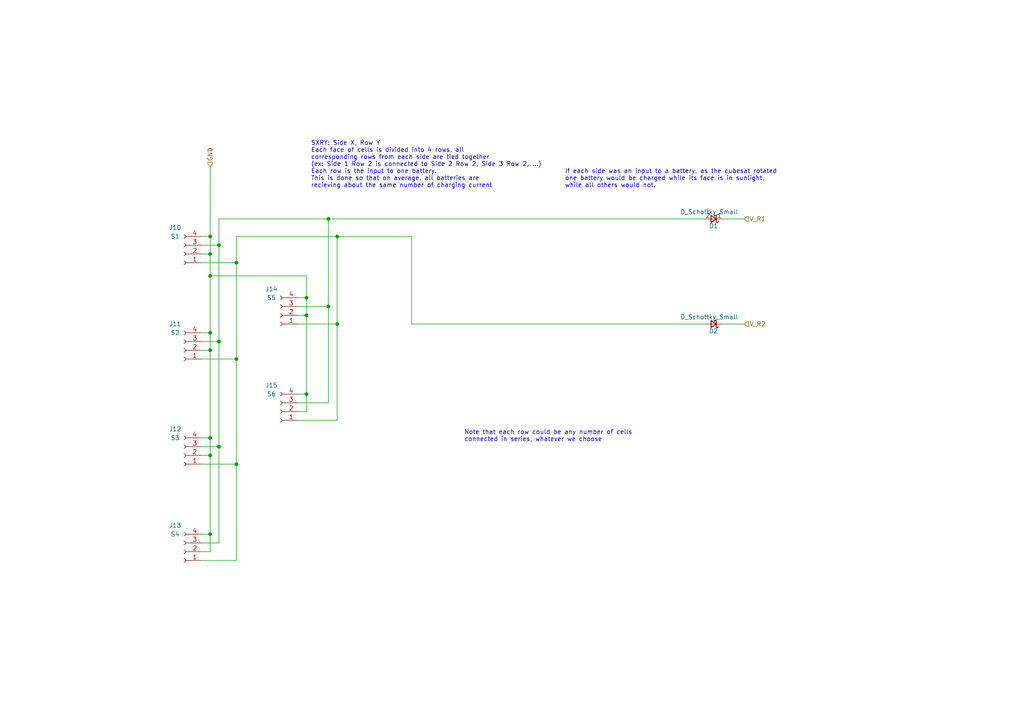
<source format=kicad_sch>
(kicad_sch (version 20211123) (generator eeschema)
  (paper "A4")
  (lib_symbols
    (symbol "Connector:Conn_01x04_Female" (pin_names (offset 1.016) hide)
      (property "Reference" "J" (at 0 5.08 0))
      (property "Value" "Conn_01x04_Female" (at 0 -7.62 0))
      (symbol "Conn_01x04_Female_1_1"
        (arc (start 0 -4.572) (mid -0.508 -5.08) (end 0 -5.588) (stroke (width 0.1524)))
        (arc (start 0 -2.032) (mid -0.508 -2.54) (end 0 -3.048) (stroke (width 0.1524)))
        (polyline (pts (xy -1.27 -5.08) (xy -0.508 -5.08)) (stroke (width 0.1524)))
        (polyline (pts (xy -1.27 -2.54) (xy -0.508 -2.54)) (stroke (width 0.1524)))
        (polyline (pts (xy -1.27 0) (xy -0.508 0)) (stroke (width 0.1524)))
        (polyline (pts (xy -1.27 2.54) (xy -0.508 2.54)) (stroke (width 0.1524)))
        (arc (start 0 0.508) (mid -0.508 0) (end 0 -0.508) (stroke (width 0.1524)))
        (arc (start 0 3.048) (mid -0.508 2.54) (end 0 2.032) (stroke (width 0.1524)))
        (pin passive line (at -5.08 2.54 0) (length 3.81) (name "Pin_1") (number "1"))
        (pin passive line (at -5.08 0 0) (length 3.81) (name "Pin_2") (number "2"))
        (pin passive line (at -5.08 -2.54 0) (length 3.81) (name "Pin_3") (number "3"))
        (pin passive line (at -5.08 -5.08 0) (length 3.81) (name "Pin_4") (number "4"))
      )
    )
    (symbol "D_Schottky_Small_1" (pin_names (offset 0.254) hide)
      (property "Reference" "D" (at -1.27 2.032 0))
      (property "Value" "D_Schottky_Small_1" (at -7.112 -2.032 0))
      (symbol "D_Schottky_Small_1_0_1"
        (polyline (pts (xy -0.762 0) (xy 0.762 0)))
        (polyline (pts (xy 0.762 -1.016) (xy -0.762 0) (xy 0.762 1.016) (xy 0.762 -1.016)) (stroke (width 0.254)))
        (polyline (pts (xy -1.27 0.762) (xy -1.27 1.016) (xy -0.762 1.016) (xy -0.762 -1.016) (xy -0.254 -1.016) (xy -0.254 -0.762)) (stroke (width 0.254)))
      )
      (symbol "D_Schottky_Small_1_1_1"
        (pin passive line (at -2.54 0 0) (length 1.778) (name "K") (number "1"))
        (pin passive line (at 2.54 0 180) (length 1.778) (name "A") (number "2"))
      )
    )
    (symbol "Device:D_Schottky_Small" (pin_numbers hide) (pin_names (offset 0.254) hide)
      (property "Reference" "D" (at -1.27 2.032 0))
      (property "Value" "D_Schottky_Small" (at -7.112 -2.032 0))
      (symbol "D_Schottky_Small_0_1"
        (polyline (pts (xy -0.762 0) (xy 0.762 0)))
        (polyline (pts (xy 0.762 -1.016) (xy -0.762 0) (xy 0.762 1.016) (xy 0.762 -1.016)) (stroke (width 0.254)))
        (polyline (pts (xy -1.27 0.762) (xy -1.27 1.016) (xy -0.762 1.016) (xy -0.762 -1.016) (xy -0.254 -1.016) (xy -0.254 -0.762)) (stroke (width 0.254)))
      )
      (symbol "D_Schottky_Small_1_1"
        (pin passive line (at -2.54 0 0) (length 1.778) (name "K") (number "1"))
        (pin passive line (at 2.54 0 180) (length 1.778) (name "A") (number "2"))
      )
    )
  )
  (junction (at 60.96 68.58))
  (junction (at 60.96 132.08))
  (junction (at 97.79 93.98))
  (junction (at 88.9 86.36))
  (junction (at 60.96 154.94))
  (junction (at 95.25 63.5))
  (junction (at 63.5 129.54))
  (junction (at 60.96 127))
  (junction (at 68.58 134.62))
  (junction (at 60.96 80.01))
  (junction (at 97.79 68.58))
  (junction (at 60.96 96.52))
  (junction (at 63.5 71.12))
  (junction (at 95.25 88.9))
  (junction (at 88.9 91.44))
  (junction (at 68.58 76.2))
  (junction (at 63.5 99.06))
  (junction (at 60.96 101.6))
  (junction (at 68.58 104.14))
  (junction (at 60.96 73.66))
  (junction (at 88.9 114.3))
  (wire (pts (xy 58.42 73.66) (xy 60.96 73.66)))
  (wire (pts (xy 58.42 68.58) (xy 60.96 68.58)))
  (wire (pts (xy 119.38 93.98) (xy 204.47 93.98)))
  (wire (pts (xy 86.36 121.92) (xy 97.79 121.92)))
  (wire (pts (xy 88.9 114.3) (xy 86.36 114.3)))
  (wire (pts (xy 60.96 127) (xy 60.96 132.08)))
  (wire (pts (xy 60.96 154.94) (xy 60.96 160.02)))
  (wire (pts (xy 58.42 76.2) (xy 68.58 76.2)))
  (wire (pts (xy 58.42 101.6) (xy 60.96 101.6)))
  (wire (pts (xy 68.58 76.2) (xy 68.58 104.14)))
  (wire (pts (xy 97.79 68.58) (xy 97.79 93.98)))
  (wire (pts (xy 63.5 63.5) (xy 95.25 63.5)))
  (wire (pts (xy 60.96 101.6) (xy 60.96 127)))
  (wire (pts (xy 58.42 154.94) (xy 60.96 154.94)))
  (wire (pts (xy 88.9 114.3) (xy 88.9 119.38)))
  (wire (pts (xy 88.9 91.44) (xy 88.9 86.36)))
  (wire (pts (xy 95.25 63.5) (xy 204.47 63.5)))
  (wire (pts (xy 95.25 88.9) (xy 95.25 116.84)))
  (wire (pts (xy 58.42 157.48) (xy 63.5 157.48)))
  (wire (pts (xy 60.96 132.08) (xy 60.96 154.94)))
  (wire (pts (xy 58.42 99.06) (xy 63.5 99.06)))
  (wire (pts (xy 88.9 86.36) (xy 88.9 80.01)))
  (wire (pts (xy 86.36 93.98) (xy 97.79 93.98)))
  (wire (pts (xy 119.38 93.98) (xy 119.38 68.58)))
  (wire (pts (xy 97.79 68.58) (xy 119.38 68.58)))
  (wire (pts (xy 58.42 132.08) (xy 60.96 132.08)))
  (wire (pts (xy 95.25 63.5) (xy 95.25 88.9)))
  (wire (pts (xy 58.42 127) (xy 60.96 127)))
  (wire (pts (xy 209.55 93.98) (xy 215.9 93.98)))
  (wire (pts (xy 60.96 68.58) (xy 60.96 73.66)))
  (wire (pts (xy 86.36 91.44) (xy 88.9 91.44)))
  (wire (pts (xy 86.36 88.9) (xy 95.25 88.9)))
  (wire (pts (xy 68.58 68.58) (xy 97.79 68.58)))
  (wire (pts (xy 58.42 162.56) (xy 68.58 162.56)))
  (wire (pts (xy 86.36 116.84) (xy 95.25 116.84)))
  (wire (pts (xy 97.79 93.98) (xy 97.79 121.92)))
  (wire (pts (xy 58.42 71.12) (xy 63.5 71.12)))
  (wire (pts (xy 63.5 99.06) (xy 63.5 129.54)))
  (wire (pts (xy 60.96 48.26) (xy 60.96 68.58)))
  (wire (pts (xy 60.96 96.52) (xy 60.96 101.6)))
  (wire (pts (xy 209.55 63.5) (xy 215.9 63.5)))
  (wire (pts (xy 58.42 129.54) (xy 63.5 129.54)))
  (wire (pts (xy 88.9 119.38) (xy 86.36 119.38)))
  (wire (pts (xy 68.58 104.14) (xy 68.58 134.62)))
  (wire (pts (xy 63.5 63.5) (xy 63.5 71.12)))
  (wire (pts (xy 58.42 96.52) (xy 60.96 96.52)))
  (wire (pts (xy 86.36 86.36) (xy 88.9 86.36)))
  (wire (pts (xy 58.42 104.14) (xy 68.58 104.14)))
  (wire (pts (xy 60.96 80.01) (xy 88.9 80.01)))
  (wire (pts (xy 63.5 71.12) (xy 63.5 99.06)))
  (wire (pts (xy 68.58 68.58) (xy 68.58 76.2)))
  (wire (pts (xy 88.9 91.44) (xy 88.9 114.3)))
  (wire (pts (xy 63.5 129.54) (xy 63.5 157.48)))
  (wire (pts (xy 60.96 73.66) (xy 60.96 80.01)))
  (wire (pts (xy 68.58 134.62) (xy 68.58 162.56)))
  (wire (pts (xy 60.96 80.01) (xy 60.96 96.52)))
  (wire (pts (xy 58.42 134.62) (xy 68.58 134.62)))
  (wire (pts (xy 58.42 160.02) (xy 60.96 160.02)))
  (text "Note that each row could be any number of cells\nconnected in series, whatever we choose" (at 134.62 128.27 0) (effects (font (size 1.27 1.27)) (justify left bottom)))
  (text "If each side was an input to a battery, as the cubesat rotated\none battery would be charged while its face is in sunlight,\nwhile all others would not." (at 163.83 54.61 0) (effects (font (size 1.27 1.27)) (justify left bottom)))
  (text "SXRY: Side X, Row Y\nEach face of cells is divided into 4 rows, all\ncorresponding rows from each side are tied together\n(ex: Side 1 Row 2 is connected to Side 2 Row 2, Side 3 Row 2, ...)\nEach row is the input to one battery.\nThis is done so that on average, all batteries are\nrecieving about the same number of charging current" (at 90.17 54.61 0) (effects (font (size 1.27 1.27)) (justify left bottom)))
  (hierarchical_label "GND" (shape input) (at 60.96 48.26 90))
  (hierarchical_label "V_R1" (shape input) (at 215.9 63.5 0))
  (hierarchical_label "V_R2" (shape input) (at 215.9 93.98 0))
  (symbol (lib_id "Connector:Conn_01x04_Female") (at 53.34 160.02 180) (unit 1)
    (property "Reference" "J13" (at 50.8 152.4 0))
    (property "Value" "S4" (at 50.8 154.94 0))
    (property "Footprint" "Connectors_Cubesat_Custom:CubeSat_Conn_2x02_P2.54mm" (effects hide))
  )
  (symbol (lib_id "Connector:Conn_01x04_Female") (at 81.28 91.44 180) (unit 1)
    (property "Reference" "J14" (at 78.74 83.82 0))
    (property "Value" "S5" (at 78.74 86.36 0))
    (property "Footprint" "Connectors_Cubesat_Custom:CubeSat_Conn_2x02_P2.54mm" (effects hide))
  )
  (symbol (lib_id "Device:D_Schottky_Small") (at 207.01 93.98 180) (unit 1)
    (property "Reference" "D2" (at 208.28 96.012 0) (effects (justify left)))
    (property "Value" "D_Schottky_Small" (at 214.122 91.948 0) (effects (justify left)))
    (property "Footprint" "Connectors_Cubesat_Custom:CubeSat_DIO_CUS520,H3f" (effects hide))
  )
  (symbol (lib_id "Connector:Conn_01x04_Female") (at 53.34 101.6 180) (unit 1)
    (property "Reference" "J11" (at 50.8 93.98 0))
    (property "Value" "S2" (at 50.8 96.52 0))
    (property "Footprint" "Connectors_Cubesat_Custom:CubeSat_Conn_2x02_P2.54mm" (effects hide))
  )
  (symbol (lib_name "D_Schottky_Small_1") (lib_id "Device:D_Schottky_Small") (at 207.01 63.5 180) (unit 1)
    (property "Reference" "D1" (at 208.28 65.532 0) (effects (justify left)))
    (property "Value" "D_Schottky_Small" (at 214.122 61.468 0) (effects (justify left)))
    (property "Footprint" "Connectors_Cubesat_Custom:CubeSat_DIO_CUS520,H3f" (effects hide))
  )
  (symbol (lib_id "Connector:Conn_01x04_Female") (at 81.28 119.38 180) (unit 1)
    (property "Reference" "J15" (at 78.74 111.76 0))
    (property "Value" "S6" (at 78.74 114.3 0))
    (property "Footprint" "Connectors_Cubesat_Custom:CubeSat_Conn_2x02_P2.54mm" (effects hide))
  )
  (symbol (lib_id "Connector:Conn_01x04_Female") (at 53.34 132.08 180) (unit 1)
    (property "Reference" "J12" (at 50.8 124.46 0))
    (property "Value" "S3" (at 50.8 127 0))
    (property "Footprint" "Connectors_Cubesat_Custom:CubeSat_Conn_2x02_P2.54mm" (effects hide))
  )
  (symbol (lib_id "Connector:Conn_01x04_Female") (at 53.34 73.66 180) (unit 1)
    (property "Reference" "J10" (at 50.8 66.04 0))
    (property "Value" "S1" (at 50.8 68.58 0))
    (property "Footprint" "Connectors_Cubesat_Custom:CubeSat_Conn_2x02_P2.54mm" (effects hide))
  )
)
</source>
